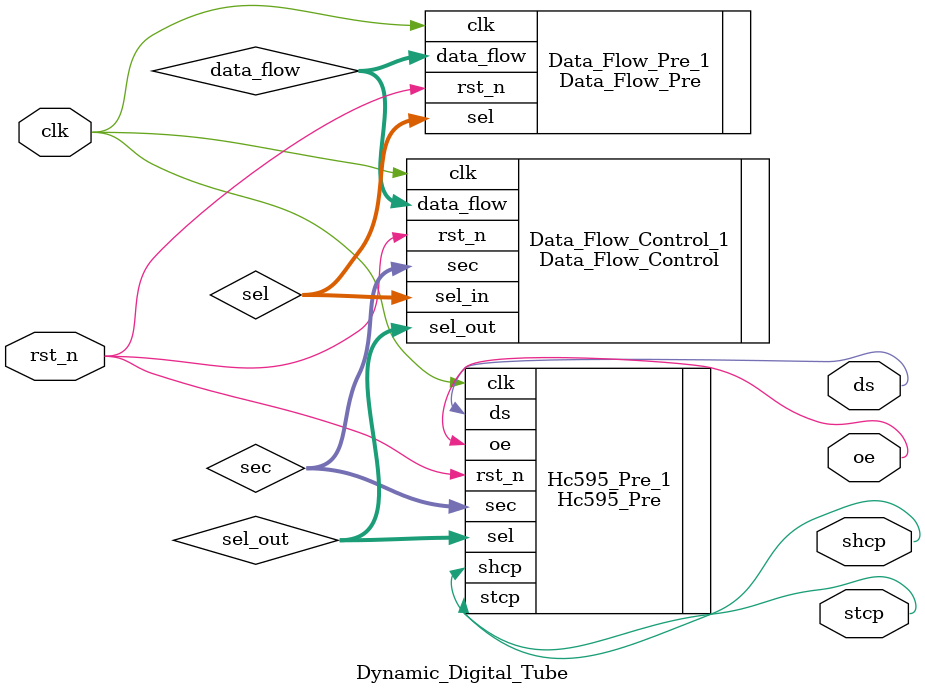
<source format=v>
module Dynamic_Digital_Tube (
	input clk,
	input rst_n,
	output shcp,
	output stcp,
	output ds,
	output oe
);

	wire [31:0] data_flow;
	wire [5:0] sel;
	wire [5:0] sel_out;
	wire [7:0] sec;

	Data_Flow_Pre Data_Flow_Pre_1
	(
		.clk(clk),
		.rst_n(rst_n),
		.data_flow(data_flow),
		.sel(sel)
	);

	Data_Flow_Control Data_Flow_Control_1 (
		.clk(clk),
		.rst_n(rst_n),
		.data_flow(data_flow),
		.sel_in(sel),
		.sel_out(sel_out),
		.sec(sec)
	);

	Hc595_Pre Hc595_Pre_1 (
		.clk(clk),
		.rst_n(rst_n),
		.sel(sel_out),
		.sec(sec),
		.shcp(shcp),
		.stcp(stcp),
		.ds(ds),
		.oe(oe)
);

endmodule
</source>
